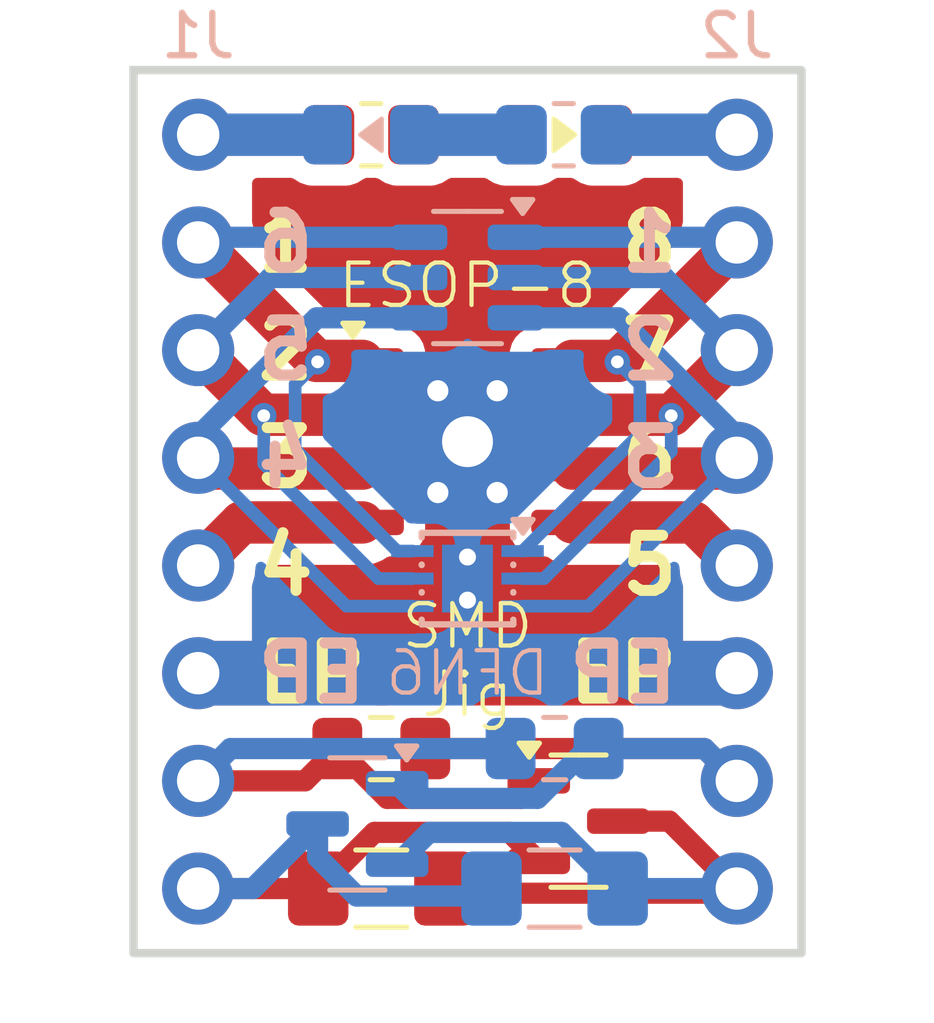
<source format=kicad_pcb>
(kicad_pcb (version 20240108) (generator "pcbnew") (generator_version "8.0")
  (layers (0 "F.Cu" signal) (31 "B.Cu" signal) (34 "B.Paste" user) (35 "F.Paste" user) (36 "B.SilkS" user "B.Silkscreen") (37 "F.SilkS" user "F.Silkscreen") (38 "B.Mask" user) (39 "F.Mask" user) (44 "Edge.Cuts" user))
  (net 0 "")
  (net 1 "Net-(J2-Pin_1)")
  (net 2 "Net-(J1-Pin_1)")
  (net 3 "Net-(LED1-A)")
  (net 4 "1")
  (net 5 "4")
  (net 6 "3")
  (net 7 "2")
  (net 8 "5")
  (net 9 "6")
  (net 10 "Net-(LED2-A)")
  (net 11 "8")
  (net 12 "7")
  (net 13 "L7")
  (net 14 "L8")
  (net 15 "R8")
  (net 16 "R7")
  (net 17 "EP")
  (footprint "Resistor_SMD:R_0805_2012Metric_Pad1.20x1.40mm_HandSolder" (layer "F.Cu") (at 146.32 96.52)
    (property "Reference" "R2" (hide yes))
    (property "Value" "1K")
    (fp_line (start -0.227064 -0.735) (end 0.227064 -0.735) (stroke (width 0.12)) (layer "F.SilkS"))
    (fp_line (start -0.227064 0.735) (end 0.227064 0.735) (stroke (width 0.12)) (layer "F.SilkS"))
    (pad "1" smd roundrect (at -1 0) (size 1.2 1.4) (layers "F.Cu" "F.Paste" "F.Mask") (roundrect_rratio 0.208333) (net 2 "Net-(J1-Pin_1)"))
    (pad "2" smd roundrect (at 1 0) (size 1.2 1.4) (layers "F.Cu" "F.Paste" "F.Mask") (roundrect_rratio 0.208333) (net 3 "Net-(LED1-A)"))
  )
  (footprint "custom:LED_0805_2012Metric_Pad1.15x1.40mm_HandSolder_simple" (layer "F.Cu") (at 150.876 96.52 180)
    (property "Reference" "LED1" (hide yes))
    (property "Value" "LED")
    (fp_poly (pts (xy 0.254 -0.381) (xy 0.254 0.381) (xy -0.254 0)) (stroke (width 0.1)) (fill solid) (layer "F.SilkS"))
    (pad "1" smd roundrect (at -1.025 0 180) (size 1.15 1.4) (layers "F.Cu" "F.Paste" "F.Mask") (roundrect_rratio 0.217391) (net 1 "Net-(J2-Pin_1)"))
    (pad "2" smd roundrect (at 1.025 0 180) (size 1.15 1.4) (layers "F.Cu" "F.Paste" "F.Mask") (roundrect_rratio 0.217391) (net 3 "Net-(LED1-A)"))
  )
  (footprint "Capacitor_SMD:C_0805_2012Metric_Pad1.18x1.45mm_HandSolder" (layer "F.Cu") (at 146.558 110.998 180)
    (property "Reference" "C1" (hide yes))
    (property "Value" "C")
    (fp_line (start -0.261252 0.735) (end 0.261252 0.735) (stroke (width 0.12)) (layer "F.SilkS"))
    (fp_line (start -0.261252 -0.735) (end 0.261252 -0.735) (stroke (width 0.12)) (layer "F.SilkS"))
    (pad "1" smd roundrect (at -1.0375 0 180) (size 1.175 1.45) (layers "F.Cu" "F.Paste" "F.Mask") (roundrect_rratio 0.212766) (net 13 "L7"))
    (pad "2" smd roundrect (at 1.0375 0 180) (size 1.175 1.45) (layers "F.Cu" "F.Paste" "F.Mask") (roundrect_rratio 0.212766) (net 16 "R7"))
  )
  (footprint "Package_TO_SOT_SMD:SOT-23" (layer "F.Cu") (at 151.2085 112.71)
    (property "Reference" "Q1" (hide yes))
    (property "Value" "AO3401A")
    (fp_line (start 0 -1.56) (end -0.65 -1.56) (stroke (width 0.12)) (layer "F.SilkS"))
    (fp_line (start 0 -1.56) (end 0.65 -1.56) (stroke (width 0.12)) (layer "F.SilkS"))
    (fp_line (start 0 1.56) (end -0.65 1.56) (stroke (width 0.12)) (layer "F.SilkS"))
    (fp_line (start 0 1.56) (end 0.65 1.56) (stroke (width 0.12)) (layer "F.SilkS"))
    (fp_poly (pts (xy -1.1625 -1.51) (xy -1.4025 -1.84) (xy -0.9225 -1.84) (xy -1.1625 -1.51)) (stroke (width 0.12)) (fill solid) (layer "F.SilkS"))
    (pad "1" smd roundrect (at -0.9375 -0.95) (size 1.475 0.6) (layers "F.Cu" "F.Paste" "F.Mask") (net 16 "R7"))
    (pad "2" smd roundrect (at -0.9375 0.95) (size 1.475 0.6) (layers "F.Cu" "F.Paste" "F.Mask") (net 15 "R8"))
    (pad "3" smd roundrect (at 0.9375 0) (size 1.475 0.6) (layers "F.Cu" "F.Paste" "F.Mask") (net 14 "L8"))
  )
  (footprint "custom:SOIC-8-1EP_3.9x4.9mm_P1.27mm_EP2.41x3.3mm_ThermalVias_CustomVias_Large" (layer "F.Cu") (at 148.59 103.759)
    (property "Reference" "U1" (hide yes))
    (property "Value" "TP4056")
    (fp_poly (pts (xy -2.7 -2.465) (xy -2.94 -2.795) (xy -2.46 -2.795) (xy -2.7 -2.465)) (stroke (width 0.12)) (fill solid) (layer "F.SilkS"))
    (pad "1" smd roundrect (at -2.475 -1.905) (size 1.95 0.6) (layers "F.Cu" "F.Paste" "F.Mask") (net 4 "1"))
    (pad "2" smd roundrect (at -2.475 -0.635) (size 1.95 0.6) (layers "F.Cu" "F.Paste" "F.Mask") (net 7 "2"))
    (pad "3" smd roundrect (at -2.475 0.635) (size 1.95 0.6) (layers "F.Cu" "F.Paste" "F.Mask") (net 6 "3"))
    (pad "4" smd roundrect (at -2.475 1.905) (size 1.95 0.6) (layers "F.Cu" "F.Paste" "F.Mask") (net 5 "4"))
    (pad "5" smd roundrect (at 2.475 1.905) (size 1.95 0.6) (layers "F.Cu" "F.Paste" "F.Mask") (net 8 "5"))
    (pad "6" smd roundrect (at 2.475 0.635) (size 1.95 0.6) (layers "F.Cu" "F.Paste" "F.Mask") (net 9 "6"))
    (pad "7" smd roundrect (at 2.475 -0.635) (size 1.95 0.6) (layers "F.Cu" "F.Paste" "F.Mask") (net 12 "7"))
    (pad "8" smd roundrect (at 2.475 -1.905) (size 1.95 0.6) (layers "F.Cu" "F.Paste" "F.Mask") (net 11 "8"))
    (pad "9" thru_hole circle (at -0.7 -1.2) (size 0.8 0.8) (drill 0.5) (property pad_prop_heatsink) (layers "*.Cu") (net 17 "EP"))
    (pad "9" thru_hole circle (at -0.7 1.2) (size 0.8 0.8) (drill 0.5) (property pad_prop_heatsink) (layers "*.Cu") (net 17 "EP"))
    (pad "9" thru_hole circle (at 0 0) (size 1.8 1.8) (drill 1.2) (property pad_prop_heatsink) (layers "*.Cu") (net 17 "EP"))
    (pad "9" smd rect (at 0 0) (size 1.9 2.9) (property pad_prop_heatsink) (layers "B.Cu") (net 17 "EP"))
    (pad "9" smd roundrect (at 0 0) (size 2.41 3.3) (property pad_prop_heatsink) (layers "F.Cu" "F.Mask") (roundrect_rratio 0.1037344398) (net 17 "EP"))
    (pad "9" thru_hole circle (at 0.7 -1.2) (size 0.8 0.8) (drill 0.5) (property pad_prop_heatsink) (layers "*.Cu") (net 17 "EP"))
    (pad "9" thru_hole circle (at 0.7 1.2) (size 0.8 0.8) (drill 0.5) (property pad_prop_heatsink) (layers "*.Cu") (net 17 "EP"))
  )
  (footprint "Fuse:Fuse_1206_3216Metric_Pad1.42x1.75mm_HandSolder" (layer "F.Cu") (at 146.558 114.3 180)
    (property "Reference" "F1" (hide yes))
    (property "Value" "Polyfuse")
    (fp_line (start -0.602064 0.91) (end 0.602064 0.91) (stroke (width 0.12)) (layer "F.SilkS"))
    (fp_line (start -0.602064 -0.91) (end 0.602064 -0.91) (stroke (width 0.12)) (layer "F.SilkS"))
    (pad "1" smd roundrect (at -1.4875 0 180) (size 1.425 1.75) (layers "F.Cu" "F.Paste" "F.Mask") (roundrect_rratio 0.175439) (net 14 "L8"))
    (pad "2" smd roundrect (at 1.4875 0 180) (size 1.425 1.75) (layers "F.Cu" "F.Paste" "F.Mask") (roundrect_rratio 0.175439) (net 15 "R8"))
  )
  (footprint "Capacitor_SMD:C_0805_2012Metric_Pad1.18x1.45mm_HandSolder" (layer "B.Cu") (at 150.6435 110.998 180)
    (property "Reference" "C2" (hide yes))
    (property "Value" "C")
    (fp_line (start 0.261252 0.735) (end -0.261252 0.735) (stroke (width 0.12)) (layer "B.SilkS"))
    (fp_line (start 0.261252 -0.735) (end -0.261252 -0.735) (stroke (width 0.12)) (layer "B.SilkS"))
    (pad "1" smd roundrect (at -1.0375 0 180) (size 1.175 1.45) (layers "B.Cu" "B.Paste" "B.Mask") (roundrect_rratio 0.212766) (net 13 "L7"))
    (pad "2" smd roundrect (at 1.0375 0 180) (size 1.175 1.45) (layers "B.Cu" "B.Paste" "B.Mask") (roundrect_rratio 0.212766) (net 16 "R7"))
  )
  (footprint "custom:LED_0805_2012Metric_Pad1.15x1.40mm_HandSolder_simple" (layer "B.Cu") (at 146.313 96.52)
    (property "Reference" "LED2" (hide yes))
    (property "Value" "LED")
    (fp_poly (pts (xy 0.254 0.381) (xy 0.254 -0.381) (xy -0.254 0)) (stroke (width 0.1)) (fill solid) (layer "B.SilkS"))
    (pad "1" smd roundrect (at -1.025 0) (size 1.15 1.4) (layers "B.Cu" "B.Paste" "B.Mask") (roundrect_rratio 0.217391) (net 2 "Net-(J1-Pin_1)"))
    (pad "2" smd roundrect (at 1.025 0) (size 1.15 1.4) (layers "B.Cu" "B.Paste" "B.Mask") (roundrect_rratio 0.217391) (net 10 "Net-(LED2-A)"))
  )
  (footprint "custom:DFN-6_L2.0-W2.0-P0.65-BL-EP_ThermalVias_HandSolder" (layer "B.Cu") (at 148.59 106.989 -90)
    (property "Reference" "U3" (hide yes))
    (property "Value" "XB6366D")
    (fp_line (start -1.08 1.08) (end -1.08 -1.08) (stroke (width 0.15)) (layer "B.SilkS"))
    (fp_line (start -0.97 1.08) (end -1.08 1.08) (stroke (width 0.15)) (layer "B.SilkS"))
    (fp_line (start -0.32 1.08) (end -0.33 1.08) (stroke (width 0.15)) (layer "B.SilkS"))
    (fp_line (start 0.33 1.08) (end 0.32 1.08) (stroke (width 0.15)) (layer "B.SilkS"))
    (fp_line (start 1.08 1.08) (end 0.97 1.08) (stroke (width 0.15)) (layer "B.SilkS"))
    (fp_line (start 1.08 1.08) (end 1.08 -1.08) (stroke (width 0.15)) (layer "B.SilkS"))
    (fp_line (start -0.97 -1.08) (end -1.08 -1.08) (stroke (width 0.15)) (layer "B.SilkS"))
    (fp_line (start -0.32 -1.08) (end -0.33 -1.08) (stroke (width 0.15)) (layer "B.SilkS"))
    (fp_line (start 0.33 -1.08) (end 0.32 -1.08) (stroke (width 0.15)) (layer "B.SilkS"))
    (fp_line (start 1.08 -1.08) (end 0.97 -1.08) (stroke (width 0.15)) (layer "B.SilkS"))
    (fp_poly (pts (xy -1.067 -1.308) (xy -1.397 -1.548) (xy -1.397 -1.068) (xy -1.067 -1.308)) (stroke (width 0.12)) (fill solid) (layer "B.SilkS"))
    (pad "1" smd rect (at -0.65 -1.3 270) (size 0.28 1) (layers "B.Cu" "B.Paste" "B.Mask") (net 11 "8"))
    (pad "2" smd rect (at 0 -1.3 270) (size 0.28 1) (layers "B.Cu" "B.Paste" "B.Mask") (net 12 "7"))
    (pad "3" smd rect (at 0.65 -1.3 270) (size 0.28 1) (layers "B.Cu" "B.Paste" "B.Mask") (net 9 "6"))
    (pad "4" smd rect (at 0.65 1.3 270) (size 0.28 1) (layers "B.Cu" "B.Paste" "B.Mask") (net 6 "3"))
    (pad "5" smd rect (at 0 1.3 270) (size 0.28 1) (layers "B.Cu" "B.Paste" "B.Mask") (net 7 "2"))
    (pad "6" smd rect (at -0.65 1.3 270) (size 0.28 1) (layers "B.Cu" "B.Paste" "B.Mask") (net 4 "1"))
    (pad "7" thru_hole circle (at -0.508 0 270) (size 0.6 0.6) (drill 0.4) (layers "*.Cu") (net 17 "EP") (clearance 0.5))
    (pad "7" smd rect (at 0 0 270) (size 1.6 1.2) (layers "B.Cu" "B.Paste" "B.Mask") (net 17 "EP"))
    (pad "7" thru_hole circle (at 0.508 0 270) (size 0.6 0.6) (drill 0.4) (layers "*.Cu") (net 17 "EP") (clearance 0.5))
  )
  (footprint "Resistor_SMD:R_0805_2012Metric_Pad1.20x1.40mm_HandSolder" (layer "B.Cu") (at 150.86 96.52 180)
    (property "Reference" "R1" (hide yes))
    (property "Value" "1K")
    (fp_line (start 0.227064 0.735) (end -0.227064 0.735) (stroke (width 0.12)) (layer "B.SilkS"))
    (fp_line (start 0.227064 -0.735) (end -0.227064 -0.735) (stroke (width 0.12)) (layer "B.SilkS"))
    (pad "1" smd roundrect (at -1 0 180) (size 1.2 1.4) (layers "B.Cu" "B.Paste" "B.Mask") (roundrect_rratio 0.208333) (net 1 "Net-(J2-Pin_1)"))
    (pad "2" smd roundrect (at 1 0 180) (size 1.2 1.4) (layers "B.Cu" "B.Paste" "B.Mask") (roundrect_rratio 0.208333) (net 10 "Net-(LED2-A)"))
  )
  (footprint "custom:PinHeader_1x08_P2.54mm_Vertical_simple" (layer "B.Cu") (at 154.94 96.52 180)
    (property "Reference" "J2" (at 0 2.33 180) (layer "B.SilkS") (effects (justify mirror)))
    (property "Value" "Conn_01x08")
    (pad "1" thru_hole oval (at 0 0 180) (size 1.7 1.7) (drill 1) (layers "*.Cu" "*.Mask") (net 1 "Net-(J2-Pin_1)"))
    (pad "2" thru_hole oval (at 0 -2.54 180) (size 1.7 1.7) (drill 1) (layers "*.Cu" "*.Mask") (net 11 "8"))
    (pad "3" thru_hole oval (at 0 -5.08 180) (size 1.7 1.7) (drill 1) (layers "*.Cu" "*.Mask") (net 12 "7"))
    (pad "4" thru_hole oval (at 0 -7.62 180) (size 1.7 1.7) (drill 1) (layers "*.Cu" "*.Mask") (net 9 "6"))
    (pad "5" thru_hole oval (at 0 -10.16 180) (size 1.7 1.7) (drill 1) (layers "*.Cu" "*.Mask") (net 8 "5"))
    (pad "6" thru_hole oval (at 0 -12.7 180) (size 1.7 1.7) (drill 1) (layers "*.Cu" "*.Mask") (net 17 "EP"))
    (pad "7" thru_hole oval (at 0 -15.24 180) (size 1.7 1.7) (drill 1) (layers "*.Cu" "*.Mask") (net 13 "L7"))
    (pad "8" thru_hole oval (at 0 -17.78 180) (size 1.7 1.7) (drill 1) (layers "*.Cu" "*.Mask") (net 14 "L8"))
  )
  (footprint "Package_TO_SOT_SMD:SOT-23" (layer "B.Cu") (at 145.993 112.776 180)
    (property "Reference" "Q2" (hide yes))
    (property "Value" "AO3401A")
    (fp_line (start 0.65 1.56) (end 0 1.56) (stroke (width 0.12)) (layer "B.SilkS"))
    (fp_line (start 0.65 -1.56) (end 0 -1.56) (stroke (width 0.12)) (layer "B.SilkS"))
    (fp_line (start -0.65 1.56) (end 0 1.56) (stroke (width 0.12)) (layer "B.SilkS"))
    (fp_line (start -0.65 -1.56) (end 0 -1.56) (stroke (width 0.12)) (layer "B.SilkS"))
    (fp_poly (pts (xy -1.1625 1.51) (xy -1.4025 1.84) (xy -0.9225 1.84) (xy -1.1625 1.51)) (stroke (width 0.12)) (fill solid) (layer "B.SilkS"))
    (pad "1" smd roundrect (at -0.9375 0.95 180) (size 1.475 0.6) (layers "B.Cu" "B.Paste" "B.Mask") (net 13 "L7"))
    (pad "2" smd roundrect (at -0.9375 -0.95 180) (size 1.475 0.6) (layers "B.Cu" "B.Paste" "B.Mask") (net 14 "L8"))
    (pad "3" smd roundrect (at 0.9375 0 180) (size 1.475 0.6) (layers "B.Cu" "B.Paste" "B.Mask") (net 15 "R8"))
  )
  (footprint "custom:PinHeader_1x08_P2.54mm_Vertical_simple" (layer "B.Cu") (at 142.24 96.52 180)
    (property "Reference" "J1" (at 0 2.33 180) (layer "B.SilkS") (effects (justify mirror)))
    (property "Value" "Conn_01x08")
    (pad "1" thru_hole oval (at 0 0 180) (size 1.7 1.7) (drill 1) (layers "*.Cu" "*.Mask") (net 2 "Net-(J1-Pin_1)"))
    (pad "2" thru_hole oval (at 0 -2.54 180) (size 1.7 1.7) (drill 1) (layers "*.Cu" "*.Mask") (net 4 "1"))
    (pad "3" thru_hole oval (at 0 -5.08 180) (size 1.7 1.7) (drill 1) (layers "*.Cu" "*.Mask") (net 7 "2"))
    (pad "4" thru_hole oval (at 0 -7.62 180) (size 1.7 1.7) (drill 1) (layers "*.Cu" "*.Mask") (net 6 "3"))
    (pad "5" thru_hole oval (at 0 -10.16 180) (size 1.7 1.7) (drill 1) (layers "*.Cu" "*.Mask") (net 5 "4"))
    (pad "6" thru_hole oval (at 0 -12.7 180) (size 1.7 1.7) (drill 1) (layers "*.Cu" "*.Mask") (net 17 "EP"))
    (pad "7" thru_hole oval (at 0 -15.24 180) (size 1.7 1.7) (drill 1) (layers "*.Cu" "*.Mask") (net 16 "R7"))
    (pad "8" thru_hole oval (at 0 -17.78 180) (size 1.7 1.7) (drill 1) (layers "*.Cu" "*.Mask") (net 15 "R8"))
  )
  (footprint "Fuse:Fuse_1206_3216Metric_Pad1.42x1.75mm_HandSolder" (layer "B.Cu") (at 150.6435 114.3 180)
    (property "Reference" "F2" (hide yes))
    (property "Value" "Polyfuse")
    (fp_line (start 0.602064 0.91) (end -0.602064 0.91) (stroke (width 0.12)) (layer "B.SilkS"))
    (fp_line (start 0.602064 -0.91) (end -0.602064 -0.91) (stroke (width 0.12)) (layer "B.SilkS"))
    (pad "1" smd roundrect (at -1.4875 0 180) (size 1.425 1.75) (layers "B.Cu" "B.Paste" "B.Mask") (roundrect_rratio 0.175439) (net 14 "L8"))
    (pad "2" smd roundrect (at 1.4875 0 180) (size 1.425 1.75) (layers "B.Cu" "B.Paste" "B.Mask") (roundrect_rratio 0.175439) (net 15 "R8"))
  )
  (footprint "Package_TO_SOT_SMD:SOT-23-6" (layer "B.Cu") (at 148.59 99.888 180)
    (property "Reference" "U2" (hide yes))
    (property "Value" "1EDN7550B")
    (fp_line (start 0.8 1.56) (end 0 1.56) (stroke (width 0.12)) (layer "B.SilkS"))
    (fp_line (start 0.8 -1.56) (end 0 -1.56) (stroke (width 0.12)) (layer "B.SilkS"))
    (fp_line (start -0.8 1.56) (end 0 1.56) (stroke (width 0.12)) (layer "B.SilkS"))
    (fp_line (start -0.8 -1.56) (end 0 -1.56) (stroke (width 0.12)) (layer "B.SilkS"))
    (fp_poly (pts (xy -1.3 1.51) (xy -1.54 1.84) (xy -1.06 1.84) (xy -1.3 1.51)) (stroke (width 0.12)) (fill solid) (layer "B.SilkS"))
    (pad "1" smd roundrect (at -1.1375 0.95 180) (size 1.325 0.6) (layers "B.Cu" "B.Paste" "B.Mask") (net 11 "8"))
    (pad "2" smd roundrect (at -1.1375 0 180) (size 1.325 0.6) (layers "B.Cu" "B.Paste" "B.Mask") (net 12 "7"))
    (pad "3" smd roundrect (at -1.1375 -0.95 180) (size 1.325 0.6) (layers "B.Cu" "B.Paste" "B.Mask") (net 9 "6"))
    (pad "4" smd roundrect (at 1.1375 -0.95 180) (size 1.325 0.6) (layers "B.Cu" "B.Paste" "B.Mask") (net 6 "3"))
    (pad "5" smd roundrect (at 1.1375 0 180) (size 1.325 0.6) (layers "B.Cu" "B.Paste" "B.Mask") (net 7 "2"))
    (pad "6" smd roundrect (at 1.1375 0.95 180) (size 1.325 0.6) (layers "B.Cu" "B.Paste" "B.Mask") (net 4 "1"))
  )
  (gr_rect (start 140.716 94.996) (end 156.464 115.824) (stroke (width 0.2)) (fill none) (layer "Edge.Cuts"))
  (gr_text "6" (at 143.51 99.06 0) (layer "B.SilkS") (effects (font (size 1.3 1.3) (thickness 0.26) (bold yes)) (justify right mirror)))
  (gr_text "4" (at 143.51 104.14 0) (layer "B.SilkS") (effects (font (size 1.3 1.3) (thickness 0.26) (bold yes)) (justify right mirror)))
  (gr_text "EP" (at 153.67 109.22 -0) (layer "B.SilkS") (effects (font (size 1.3 1.3) (thickness 0.26) (bold yes)) (justify left mirror)))
  (gr_text "1" (at 153.67 99.06 -0) (layer "B.SilkS") (effects (font (size 1.3 1.3) (thickness 0.26) (bold yes)) (justify left mirror)))
  (gr_text "5" (at 143.51 101.6 0) (layer "B.SilkS") (effects (font (size 1.3 1.3) (thickness 0.26) (bold yes)) (justify right mirror)))
  (gr_text "2" (at 153.67 101.6 -0) (layer "B.SilkS") (effects (font (size 1.3 1.3) (thickness 0.26) (bold yes)) (justify left mirror)))
  (gr_text "DFN6" (at 148.59 109.22 0) (layer "B.SilkS") (effects (font (size 1 1) (thickness 0.1)) (justify mirror)))
  (gr_text "3" (at 153.67 104.14 -0) (layer "B.SilkS") (effects (font (size 1.3 1.3) (thickness 0.26) (bold yes)) (justify left mirror)))
  (gr_text "EP" (at 143.51 109.22 -0) (layer "B.SilkS") (effects (font (size 1.3 1.3) (thickness 0.26) (bold yes)) (justify right mirror)))
  (gr_text "6" (at 153.67 104.14 0) (layer "F.SilkS") (effects (font (size 1.3 1.3) (thickness 0.26) (bold yes)) (justify right)))
  (gr_text "ESOP-8" (at 148.59 100.076 0) (layer "F.SilkS") (effects (font (size 1 1) (thickness 0.1))))
  (gr_text "5" (at 153.67 106.68 0) (layer "F.SilkS") (effects (font (size 1.3 1.3) (thickness 0.26) (bold yes)) (justify right)))
  (gr_text "SMD\nJig" (at 148.59 108.9152 0) (layer "F.SilkS") (effects (font (size 1 1) (thickness 0.1))))
  (gr_text "EP" (at 153.67 109.22 0) (layer "F.SilkS") (effects (font (size 1.3 1.3) (thickness 0.26) (bold yes)) (justify right)))
  (gr_text "8" (at 153.67 99.06 0) (layer "F.SilkS") (effects (font (size 1.3 1.3) (thickness 0.26) (bold yes)) (justify right)))
  (gr_text "EP" (at 143.51 109.22 0) (layer "F.SilkS") (effects (font (size 1.3 1.3) (thickness 0.26) (bold yes)) (justify left)))
  (gr_text "7" (at 153.67 101.6 0) (layer "F.SilkS") (effects (font (size 1.3 1.3) (thickness 0.26) (bold yes)) (justify right)))
  (gr_text "4" (at 143.51 106.68 0) (layer "F.SilkS") (effects (font (size 1.3 1.3) (thickness 0.26) (bold yes)) (justify left)))
  (gr_text "1" (at 143.51 99.06 0) (layer "F.SilkS") (effects (font (size 1.3 1.3) (thickness 0.26) (bold yes)) (justify left)))
  (gr_text "3" (at 143.51 104.14 0) (layer "F.SilkS") (effects (font (size 1.3 1.3) (thickness 0.26) (bold yes)) (justify left)))
  (gr_text "2" (at 143.51 101.6 0) (layer "F.SilkS") (effects (font (size 1.3 1.3) (thickness 0.26) (bold yes)) (justify left)))
  (segment (start 151.901 96.52) (end 154.94 96.52) (width 1) (layer "F.Cu") (net 1))
  (segment (start 154.94 96.52) (end 151.86 96.52) (width 1) (layer "B.Cu") (net 1))
  (segment (start 142.24 96.52) (end 145.32 96.52) (width 1) (layer "F.Cu") (net 2))
  (segment (start 142.24 96.52) (end 145.288 96.52) (width 1) (layer "B.Cu") (net 2))
  (segment (start 147.32 96.52) (end 149.851 96.52) (width 1) (layer "F.Cu") (net 3))
  (segment (start 146.115 101.854) (end 145.034 101.854) (width 1) (layer "F.Cu") (net 4))
  (segment (start 145.034 101.854) (end 142.24 99.06) (width 1) (layer "F.Cu") (net 4))
  (via (at 145.056331 101.876331) (size 0.6) (drill 0.3) (layers "F.Cu" "B.Cu") (net 4))
  (segment (start 144.526 103.935) (end 144.526 102.406662) (width 0.3) (layer "B.Cu") (net 4))
  (segment (start 142.362 98.938) (end 142.24 99.06) (width 0.5) (layer "B.Cu") (net 4))
  (segment (start 147.4525 98.938) (end 142.362 98.938) (width 0.5) (layer "B.Cu") (net 4))
  (segment (start 144.526 102.406662) (end 145.056331 101.876331) (width 0.3) (layer "B.Cu") (net 4))
  (segment (start 146.93 106.339) (end 144.526 103.935) (width 0.3) (layer "B.Cu") (net 4))
  (segment (start 147.29 106.339) (end 146.93 106.339) (width 0.3) (layer "B.Cu") (net 4))
  (segment (start 146.115 105.664) (end 143.256 105.664) (width 1) (layer "F.Cu") (net 5))
  (segment (start 143.256 105.664) (end 142.24 106.68) (width 1) (layer "F.Cu") (net 5))
  (segment (start 146.115 104.394) (end 142.494 104.394) (width 1) (layer "F.Cu") (net 6))
  (segment (start 142.494 104.394) (end 142.24 104.14) (width 1) (layer "F.Cu") (net 6))
  (segment (start 145.739 107.639) (end 142.24 104.14) (width 0.3) (layer "B.Cu") (net 6))
  (segment (start 147.29 107.639) (end 145.739 107.639) (width 0.3) (layer "B.Cu") (net 6))
  (segment (start 142.24 103.632) (end 142.24 104.14) (width 0.5) (layer "B.Cu") (net 6))
  (segment (start 147.4525 100.838) (end 145.034 100.838) (width 0.5) (layer "B.Cu") (net 6))
  (segment (start 145.034 100.838) (end 142.24 103.632) (width 0.5) (layer "B.Cu") (net 6))
  (segment (start 143.764 103.124) (end 142.24 101.6) (width 1) (layer "F.Cu") (net 7))
  (segment (start 146.115 103.124) (end 143.764 103.124) (width 1) (layer "F.Cu") (net 7))
  (via (at 143.786331 103.146331) (size 0.6) (drill 0.3) (layers "F.Cu" "B.Cu") (net 7))
  (segment (start 147.4525 99.888) (end 143.952 99.888) (width 0.5) (layer "B.Cu") (net 7))
  (segment (start 147.29 106.989) (end 146.49 106.989) (width 0.3) (layer "B.Cu") (net 7))
  (segment (start 146.49 106.989) (end 143.786331 104.285331) (width 0.3) (layer "B.Cu") (net 7))
  (segment (start 143.786331 104.285331) (end 143.786331 103.146331) (width 0.3) (layer "B.Cu") (net 7))
  (segment (start 143.952 99.888) (end 142.24 101.6) (width 0.5) (layer "B.Cu") (net 7))
  (segment (start 153.924 105.664) (end 154.94 106.68) (width 1) (layer "F.Cu") (net 8))
  (segment (start 151.065 105.664) (end 153.924 105.664) (width 1) (layer "F.Cu") (net 8))
  (segment (start 154.686 104.394) (end 154.94 104.14) (width 1) (layer "F.Cu") (net 9))
  (segment (start 151.065 104.394) (end 154.686 104.394) (width 1) (layer "F.Cu") (net 9))
  (segment (start 152.146 100.838) (end 154.94 103.632) (width 0.5) (layer "B.Cu") (net 9))
  (segment (start 154.94 103.632) (end 154.94 104.14) (width 0.5) (layer "B.Cu") (net 9))
  (segment (start 151.441 107.639) (end 154.94 104.14) (width 0.3) (layer "B.Cu") (net 9))
  (segment (start 149.89 107.639) (end 151.441 107.639) (width 0.3) (layer "B.Cu") (net 9))
  (segment (start 149.7275 100.838) (end 152.146 100.838) (width 0.5) (layer "B.Cu") (net 9))
  (segment (start 149.86 96.52) (end 147.338 96.52) (width 1) (layer "B.Cu") (net 10))
  (segment (start 151.065 101.854) (end 152.146 101.854) (width 1) (layer "F.Cu") (net 11))
  (segment (start 152.146 101.854) (end 154.94 99.06) (width 1) (layer "F.Cu") (net 11))
  (via (at 152.123669 101.876331) (size 0.6) (drill 0.3) (layers "F.Cu" "B.Cu") (net 11))
  (segment (start 149.7275 98.938) (end 154.818 98.938) (width 0.5) (layer "B.Cu") (net 11))
  (segment (start 154.818 98.938) (end 154.94 99.06) (width 0.5) (layer "B.Cu") (net 11))
  (segment (start 152.654 102.406662) (end 152.123669 101.876331) (width 0.3) (layer "B.Cu") (net 11))
  (segment (start 152.654 103.575) (end 152.654 102.406662) (width 0.3) (layer "B.Cu") (net 11))
  (segment (start 149.89 106.339) (end 152.654 103.575) (width 0.3) (layer "B.Cu") (net 11))
  (segment (start 151.065 103.124) (end 153.416 103.124) (width 1) (layer "F.Cu") (net 12))
  (segment (start 153.416 103.124) (end 154.94 101.6) (width 1) (layer "F.Cu") (net 12))
  (via (at 153.393669 103.146331) (size 0.6) (drill 0.3) (layers "F.Cu" "B.Cu") (net 12))
  (segment (start 153.393669 103.989274) (end 153.393669 103.146331) (width 0.3) (layer "B.Cu") (net 12))
  (segment (start 149.7275 99.888) (end 153.228 99.888) (width 0.5) (layer "B.Cu") (net 12))
  (segment (start 150.393943 106.989) (end 153.393669 103.989274) (width 0.3) (layer "B.Cu") (net 12))
  (segment (start 153.228 99.888) (end 154.94 101.6) (width 0.5) (layer "B.Cu") (net 12))
  (segment (start 149.89 106.989) (end 150.393943 106.989) (width 0.3) (layer "B.Cu") (net 12))
  (segment (start 147.5955 110.998) (end 154.178 110.998) (width 0.5) (layer "F.Cu") (net 13))
  (segment (start 154.178 110.998) (end 154.94 111.76) (width 0.5) (layer "F.Cu") (net 13))
  (segment (start 147.2775 112.173) (end 146.9305 111.826) (width 0.5) (layer "B.Cu") (net 13))
  (segment (start 151.681 110.998) (end 151.415378 110.998) (width 0.5) (layer "B.Cu") (net 13))
  (segment (start 154.178 110.998) (end 154.94 111.76) (width 0.5) (layer "B.Cu") (net 13))
  (segment (start 150.240378 112.173) (end 147.2775 112.173) (width 0.5) (layer "B.Cu") (net 13))
  (segment (start 151.415378 110.998) (end 150.240378 112.173) (width 0.5) (layer "B.Cu") (net 13))
  (segment (start 151.681 110.998) (end 154.178 110.998) (width 0.5) (layer "B.Cu") (net 13))
  (segment (start 148.1555 114.41) (end 154.83 114.41) (width 0.5) (layer "F.Cu") (net 14))
  (segment (start 148.0455 114.3) (end 148.1555 114.41) (width 0.5) (layer "F.Cu") (net 14))
  (segment (start 154.83 114.41) (end 154.94 114.3) (width 0.5) (layer "F.Cu") (net 14))
  (segment (start 153.35 112.71) (end 154.94 114.3) (width 0.5) (layer "F.Cu") (net 14))
  (segment (start 152.146 112.71) (end 153.35 112.71) (width 0.5) (layer "F.Cu") (net 14))
  (segment (start 150.806 112.975) (end 152.131 114.3) (width 0.5) (layer "B.Cu") (net 14))
  (segment (start 154.94 114.3) (end 152.131 114.3) (width 0.5) (layer "B.Cu") (net 14))
  (segment (start 147.6815 112.975) (end 150.806 112.975) (width 0.5) (layer "B.Cu") (net 14))
  (segment (start 146.9305 113.726) (end 147.6815 112.975) (width 0.5) (layer "B.Cu") (net 14))
  (segment (start 142.24 114.3) (end 145.0705 114.3) (width 0.5) (layer "F.Cu") (net 15))
  (segment (start 149.586 112.975) (end 150.271 113.66) (width 0.5) (layer "F.Cu") (net 15))
  (segment (start 146.3955 112.975) (end 149.586 112.975) (width 0.5) (layer "F.Cu") (net 15))
  (segment (start 145.0705 114.3) (end 146.3955 112.975) (width 0.5) (layer "F.Cu") (net 15))
  (segment (start 143.5315 114.3) (end 145.0555 112.776) (width 0.5) (layer "B.Cu") (net 15))
  (segment (start 149.156 114.3) (end 148.98 114.476) (width 0.5) (layer "B.Cu") (net 15))
  (segment (start 142.24 114.3) (end 143.5315 114.3) (width 0.5) (layer "B.Cu") (net 15))
  (segment (start 145.972 114.476) (end 145.0555 113.5595) (width 0.5) (layer "B.Cu") (net 15))
  (segment (start 148.98 114.476) (end 145.972 114.476) (width 0.5) (layer "B.Cu") (net 15))
  (segment (start 145.0555 113.5595) (end 145.0555 112.776) (width 0.5) (layer "B.Cu") (net 15))
  (segment (start 149.858 112.173) (end 150.271 111.76) (width 0.5) (layer "F.Cu") (net 16))
  (segment (start 146.6955 112.173) (end 149.858 112.173) (width 0.5) (layer "F.Cu") (net 16))
  (segment (start 144.7585 111.76) (end 145.5205 110.998) (width 0.5) (layer "F.Cu") (net 16))
  (segment (start 142.24 111.76) (end 144.7585 111.76) (width 0.5) (layer "F.Cu") (net 16))
  (segment (start 145.5205 110.998) (end 146.6955 112.173) (width 0.5) (layer "F.Cu") (net 16))
  (segment (start 143.002 110.998) (end 142.24 111.76) (width 0.5) (layer "B.Cu") (net 16))
  (segment (start 149.606 110.998) (end 143.002 110.998) (width 0.5) (layer "B.Cu") (net 16))
  (zone (net 17) (net_name "EP") (layers "F&B.Cu") (connect_pads yes (clearance 0.5)) (min_thickness 0.25) (fill yes (thermal_gap 0.5) (thermal_bridge_width 0.5))
    (polygon (pts (xy 141.986 109.982) (xy 155.194 109.982) (xy 155.194 108.458) (xy 153.67 108.458) (xy 153.67 97.536) (xy 143.51 97.536) (xy 143.51 108.458) (xy 141.986 108.458)))
  )
)
</source>
